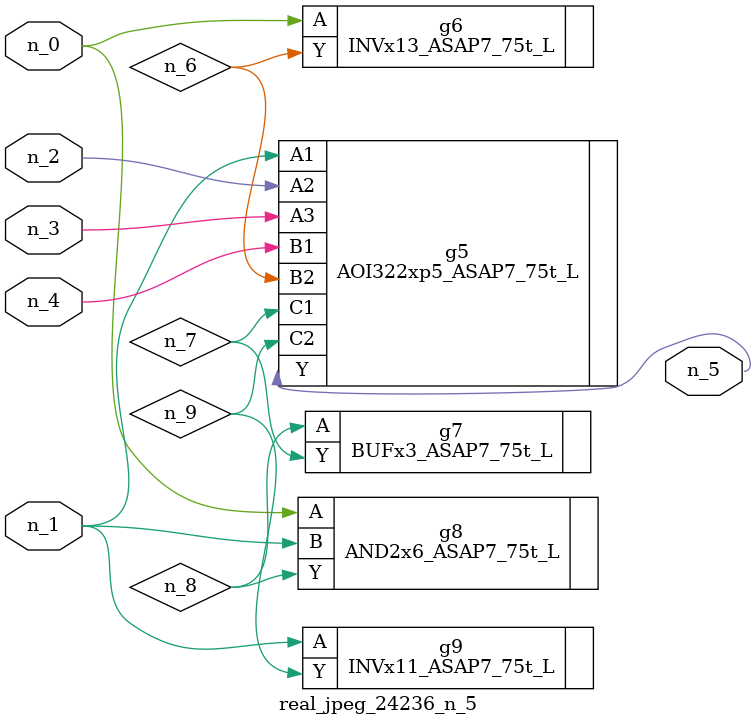
<source format=v>
module real_jpeg_24236_n_5 (n_4, n_0, n_1, n_2, n_3, n_5);

input n_4;
input n_0;
input n_1;
input n_2;
input n_3;

output n_5;

wire n_8;
wire n_6;
wire n_7;
wire n_9;

INVx13_ASAP7_75t_L g6 ( 
.A(n_0),
.Y(n_6)
);

AND2x6_ASAP7_75t_L g8 ( 
.A(n_0),
.B(n_1),
.Y(n_8)
);

AOI322xp5_ASAP7_75t_L g5 ( 
.A1(n_1),
.A2(n_2),
.A3(n_3),
.B1(n_4),
.B2(n_6),
.C1(n_7),
.C2(n_9),
.Y(n_5)
);

INVx11_ASAP7_75t_L g9 ( 
.A(n_1),
.Y(n_9)
);

BUFx3_ASAP7_75t_L g7 ( 
.A(n_8),
.Y(n_7)
);


endmodule
</source>
